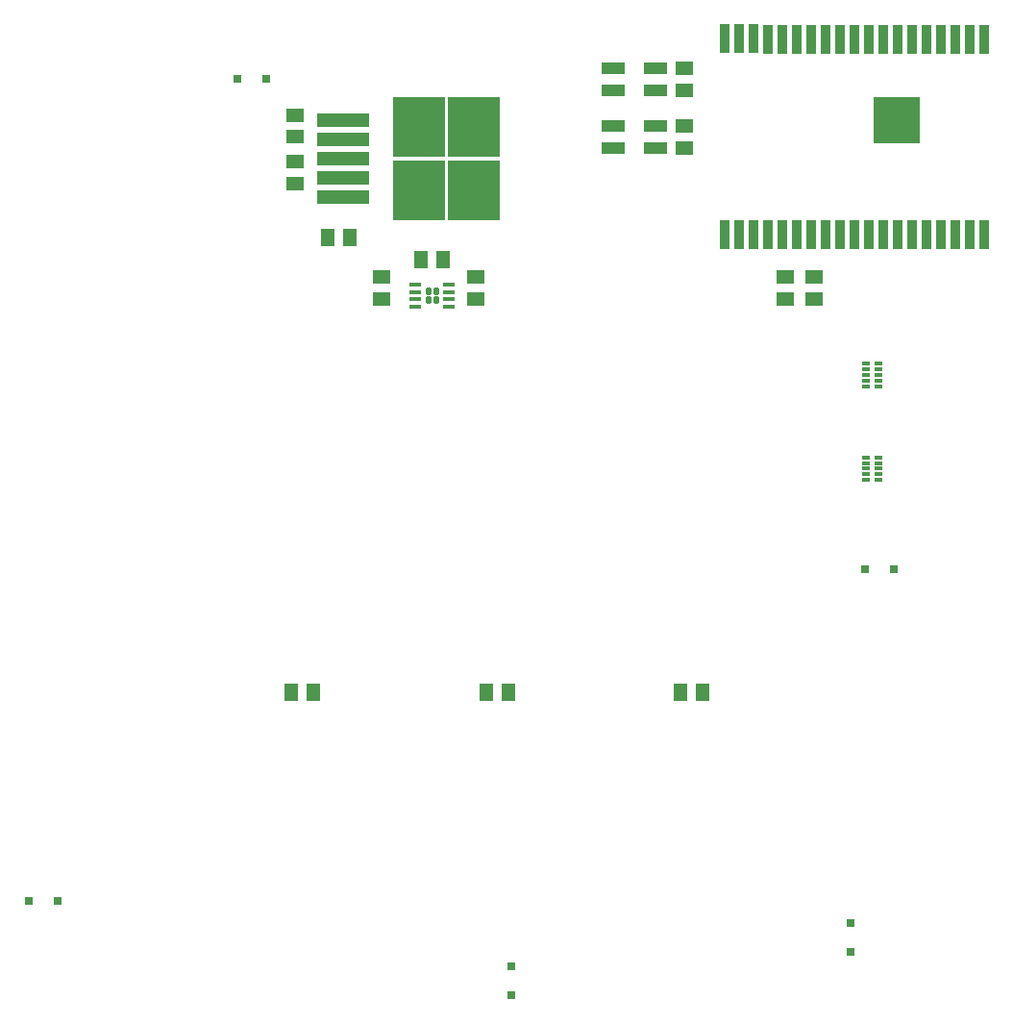
<source format=gtp>
G04 #@! TF.GenerationSoftware,KiCad,Pcbnew,7.0.9*
G04 #@! TF.CreationDate,2023-12-25T18:17:51+01:00*
G04 #@! TF.ProjectId,wall-mounted-room-temperature-sensor-wifi,77616c6c-2d6d-46f7-956e-7465642d726f,v1.0*
G04 #@! TF.SameCoordinates,Original*
G04 #@! TF.FileFunction,Paste,Top*
G04 #@! TF.FilePolarity,Positive*
%FSLAX46Y46*%
G04 Gerber Fmt 4.6, Leading zero omitted, Abs format (unit mm)*
G04 Created by KiCad (PCBNEW 7.0.9) date 2023-12-25 18:17:51*
%MOMM*%
%LPD*%
G01*
G04 APERTURE LIST*
G04 Aperture macros list*
%AMRoundRect*
0 Rectangle with rounded corners*
0 $1 Rounding radius*
0 $2 $3 $4 $5 $6 $7 $8 $9 X,Y pos of 4 corners*
0 Add a 4 corners polygon primitive as box body*
4,1,4,$2,$3,$4,$5,$6,$7,$8,$9,$2,$3,0*
0 Add four circle primitives for the rounded corners*
1,1,$1+$1,$2,$3*
1,1,$1+$1,$4,$5*
1,1,$1+$1,$6,$7*
1,1,$1+$1,$8,$9*
0 Add four rect primitives between the rounded corners*
20,1,$1+$1,$2,$3,$4,$5,0*
20,1,$1+$1,$4,$5,$6,$7,0*
20,1,$1+$1,$6,$7,$8,$9,0*
20,1,$1+$1,$8,$9,$2,$3,0*%
G04 Aperture macros list end*
%ADD10R,1.500000X1.300000*%
%ADD11R,1.300000X1.500000*%
%ADD12R,0.800000X0.800000*%
%ADD13R,0.800000X0.300000*%
%ADD14R,2.000000X1.000000*%
%ADD15R,4.550000X5.250000*%
%ADD16R,4.600000X1.250000*%
%ADD17RoundRect,0.140000X0.140000X0.180000X-0.140000X0.180000X-0.140000X-0.180000X0.140000X-0.180000X0*%
%ADD18R,1.000000X0.310000*%
%ADD19R,0.900000X2.500000*%
%ADD20R,4.100000X4.100000*%
G04 APERTURE END LIST*
D10*
X76200000Y-78705000D03*
X76200000Y-80645000D03*
X83820000Y-94950000D03*
X83820000Y-93010000D03*
D11*
X87295000Y-91440000D03*
X89235000Y-91440000D03*
X79040000Y-89535000D03*
X80980000Y-89535000D03*
D10*
X76200000Y-84790000D03*
X76200000Y-82850000D03*
X92075000Y-94950000D03*
X92075000Y-93010000D03*
X110490000Y-76535000D03*
X110490000Y-74595000D03*
X110490000Y-81615000D03*
X110490000Y-79675000D03*
D12*
X73660000Y-75565000D03*
X71120000Y-75565000D03*
X125095000Y-149860000D03*
X125095000Y-152400000D03*
D13*
X126460000Y-100600000D03*
X126460000Y-101100000D03*
X126460000Y-101600000D03*
X126460000Y-102100000D03*
X126460000Y-102600000D03*
X127540000Y-102600000D03*
X127540000Y-102100000D03*
X127540000Y-101600000D03*
X127540000Y-101100000D03*
X127540000Y-100600000D03*
X126460000Y-108855000D03*
X126460000Y-109355000D03*
X126460000Y-109855000D03*
X126460000Y-110355000D03*
X126460000Y-110855000D03*
X127540000Y-110855000D03*
X127540000Y-110355000D03*
X127540000Y-109855000D03*
X127540000Y-109355000D03*
X127540000Y-108855000D03*
D12*
X126365000Y-118745000D03*
X128905000Y-118745000D03*
D10*
X121920000Y-94950000D03*
X121920000Y-93010000D03*
D11*
X110155000Y-129540000D03*
X112095000Y-129540000D03*
X93010000Y-129540000D03*
X94950000Y-129540000D03*
X75865000Y-129540000D03*
X77805000Y-129540000D03*
D14*
X107920000Y-76565000D03*
X104170000Y-76565000D03*
X107920000Y-74565000D03*
X104170000Y-74565000D03*
X107920000Y-81645000D03*
X104170000Y-81645000D03*
X107920000Y-79645000D03*
X104170000Y-79645000D03*
D15*
X87110000Y-79775000D03*
X87110000Y-85325000D03*
X91960000Y-79775000D03*
X91960000Y-85325000D03*
D16*
X80385000Y-79150000D03*
X80385000Y-80850000D03*
X80385000Y-82550000D03*
X80385000Y-84250000D03*
X80385000Y-85950000D03*
D17*
X88615000Y-95015000D03*
X88615000Y-94215000D03*
X87915000Y-95015000D03*
X87915000Y-94215000D03*
D18*
X89750900Y-95590000D03*
X89750900Y-94940000D03*
X89750900Y-94290000D03*
X89750900Y-93640000D03*
X86779100Y-93640000D03*
X86779100Y-94290000D03*
X86779100Y-94940000D03*
X86779100Y-95590000D03*
D10*
X119380000Y-93010000D03*
X119380000Y-94950000D03*
D12*
X95250000Y-156210000D03*
X95250000Y-153670000D03*
D19*
X136870000Y-72020000D03*
X135600000Y-72020000D03*
X134330000Y-72020000D03*
X133060000Y-72020000D03*
X131790000Y-72020000D03*
X130520000Y-72020000D03*
X129250000Y-72020000D03*
X127980000Y-72020000D03*
X126710000Y-72020000D03*
X125440000Y-72020000D03*
X124170000Y-72020000D03*
X122900000Y-72020000D03*
X121630000Y-72020000D03*
X120360000Y-72020000D03*
X119090000Y-72020000D03*
X117820000Y-72020000D03*
X116550000Y-72009000D03*
X115280000Y-72009000D03*
X114010000Y-72009000D03*
X114010000Y-89281000D03*
X115280000Y-89281000D03*
X116550000Y-89281000D03*
X117820000Y-89270000D03*
X119090000Y-89270000D03*
X120360000Y-89281000D03*
X121630000Y-89270000D03*
X122900000Y-89270000D03*
X124170000Y-89270000D03*
X125440000Y-89270000D03*
X126710000Y-89270000D03*
X127980000Y-89270000D03*
X129250000Y-89270000D03*
X130520000Y-89270000D03*
X131790000Y-89270000D03*
X133060000Y-89270000D03*
X134330000Y-89270000D03*
X135600000Y-89270000D03*
X136870000Y-89270000D03*
D20*
X129175000Y-79145000D03*
D12*
X52705000Y-147955000D03*
X55245000Y-147955000D03*
M02*

</source>
